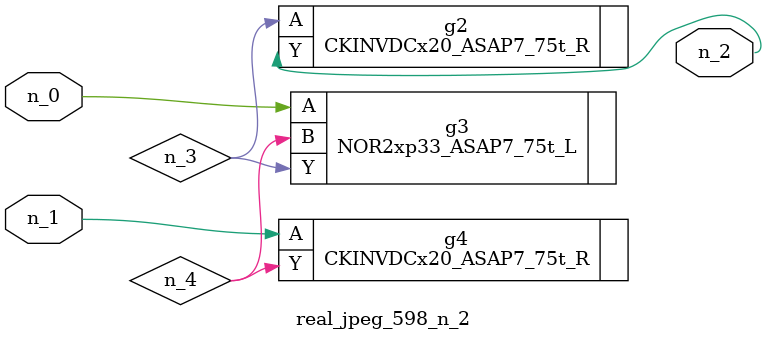
<source format=v>
module real_jpeg_598_n_2 (n_1, n_0, n_2);

input n_1;
input n_0;

output n_2;

wire n_4;
wire n_3;

NOR2xp33_ASAP7_75t_L g3 ( 
.A(n_0),
.B(n_4),
.Y(n_3)
);

CKINVDCx20_ASAP7_75t_R g4 ( 
.A(n_1),
.Y(n_4)
);

CKINVDCx20_ASAP7_75t_R g2 ( 
.A(n_3),
.Y(n_2)
);


endmodule
</source>
